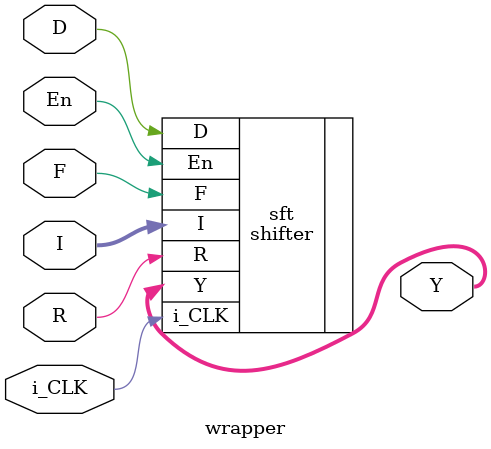
<source format=v>
`timescale 1ns / 1ps


module wrapper(
    input i_CLK,
    input [7:0] I,    
    input D,          
    input R,          
    input F,          
    input En,         
    output [7:0] Y
    );
     shifter sft(
       .I(I),
       .i_CLK(i_CLK),
       .D(D),
       .R(R),
       .F(F),
       .En(En),
       .Y(Y)
       );
    
endmodule

</source>
